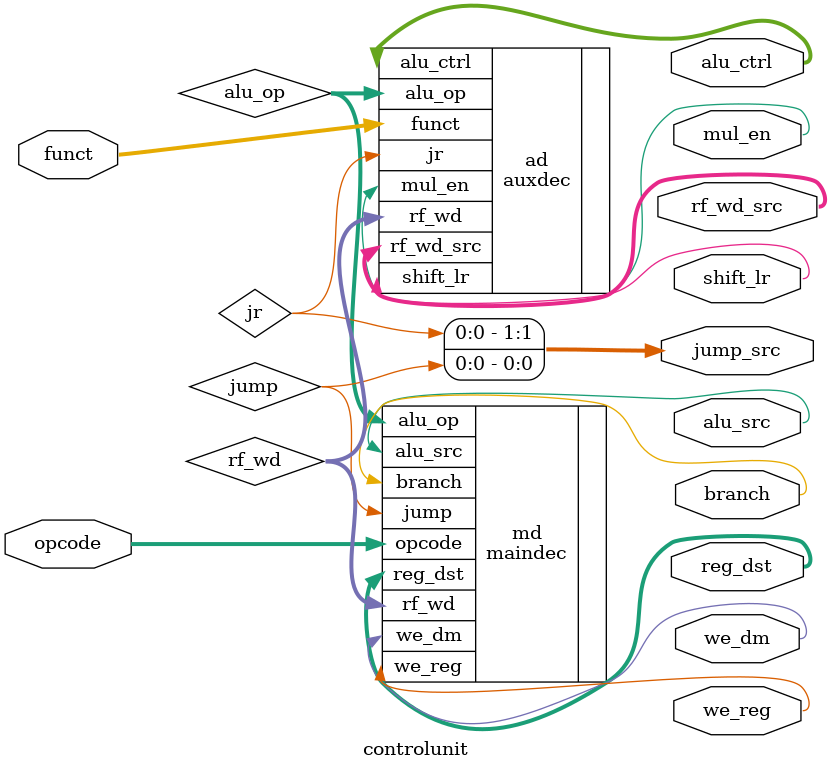
<source format=v>
module controlunit (
        input  wire [5:0]  opcode,
        input  wire [5:0]  funct,
        output wire        branch,
        output wire [1:0]  jump_src,
        output wire [1:0]  reg_dst,
        output wire        we_reg,
        output wire        alu_src,
        output wire        we_dm,
        output wire [2:0]  rf_wd_src,
        output wire [2:0]  alu_ctrl,
        output wire        mul_en,
        output wire        shift_lr
    );
    
    wire [1:0] alu_op;
    wire [1:0] rf_wd;
    wire jump, jr;
    assign jump_src = {jr, jump};
    
    maindec md (
        .opcode         (opcode),
        .branch         (branch),
        .jump           (jump),
        .reg_dst        (reg_dst),
        .we_reg         (we_reg),
        .alu_src        (alu_src),
        .we_dm          (we_dm),
        .rf_wd          (rf_wd),
        .alu_op         (alu_op)
    );

    auxdec ad (
        .alu_op         (alu_op),
        .funct          (funct),
        .alu_ctrl       (alu_ctrl),
        .rf_wd          (rf_wd),
        .rf_wd_src      (rf_wd_src),
        .shift_lr       (shift_lr),  
        .mul_en         (mul_en),
        .jr             (jr)
    );

endmodule
</source>
